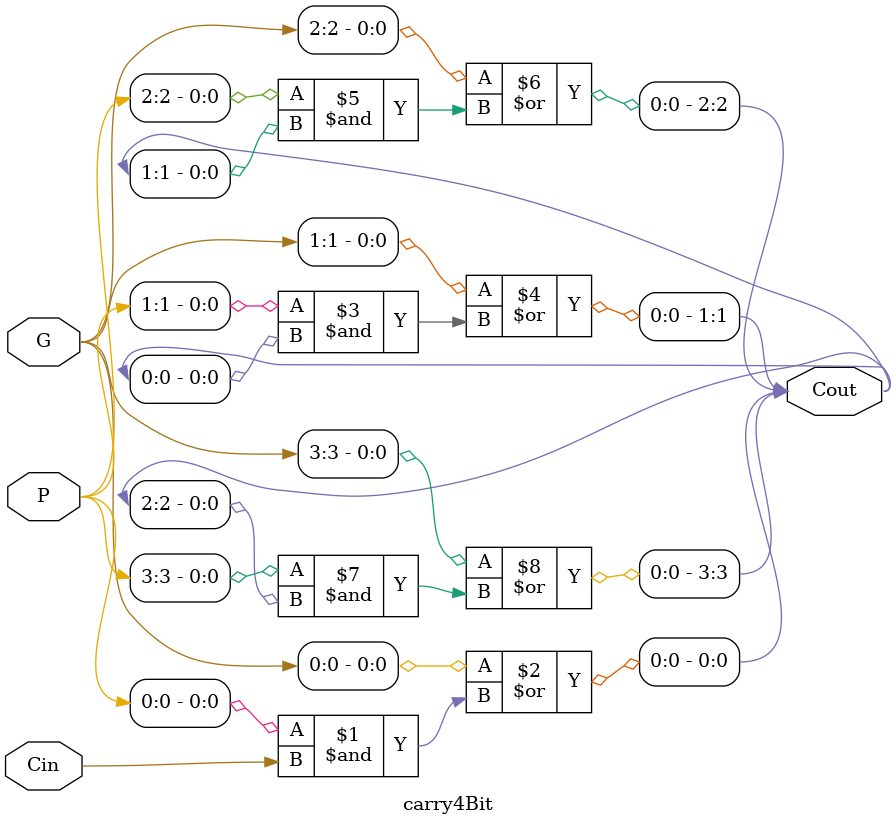
<source format=v>
module carry4Bit(Cin, G, P, Cout);
        input Cin;
        input [3:0] G, P;
        output [3:0] Cout;



        assign Cout[0] = G[0] | (P[0] & Cin);
        assign Cout[1] = G[1] | (P[1] & Cout[0]);
        assign Cout[2] = G[2] | (P[2] & Cout[1]);
        assign Cout[3] = G[3] | (P[3] & Cout[2]);
    

        // assign PG = &P; 
        // assign GG = G[3] | (G[2] & P[3]) | (G[1] & (&P[3:2])) | (G[0] & (&P[3:1]));


endmodule

</source>
